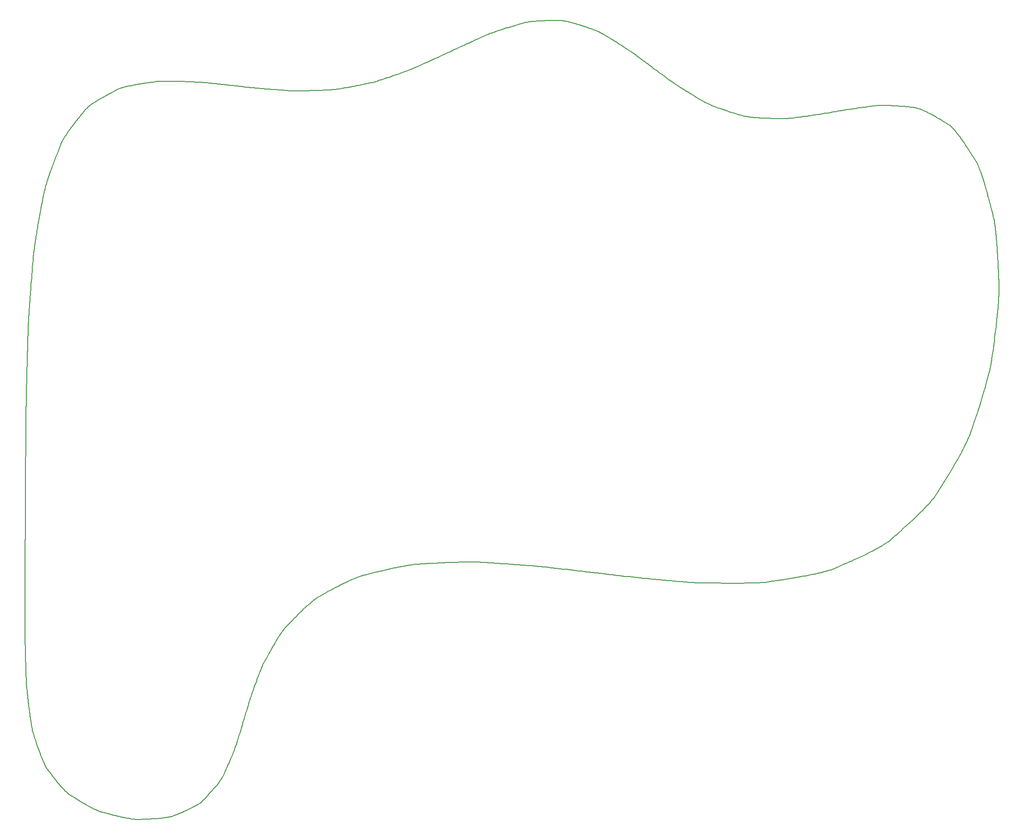
<source format=gbr>
%TF.GenerationSoftware,KiCad,Pcbnew,8.0.1*%
%TF.CreationDate,2024-04-26T18:58:43+02:00*%
%TF.ProjectId,PinkyPi,50696e6b-7950-4692-9e6b-696361645f70,rev?*%
%TF.SameCoordinates,Original*%
%TF.FileFunction,Profile,NP*%
%FSLAX46Y46*%
G04 Gerber Fmt 4.6, Leading zero omitted, Abs format (unit mm)*
G04 Created by KiCad (PCBNEW 8.0.1) date 2024-04-26 18:58:43*
%MOMM*%
%LPD*%
G01*
G04 APERTURE LIST*
%ADD10C,0.200000*%
G04 APERTURE END LIST*
D10*
X92416816Y-169273270D02*
X92648176Y-169032961D01*
X92869377Y-168801809D01*
X93080730Y-168579503D01*
X93282549Y-168365731D01*
X93475148Y-168160179D01*
X93658841Y-167962537D01*
X93833940Y-167772493D01*
X94000760Y-167589734D01*
X94159615Y-167413948D01*
X94310816Y-167244823D01*
X94454679Y-167082047D01*
X94591516Y-166925309D01*
X94845369Y-166628696D01*
X95074883Y-166352488D01*
X95282567Y-166094188D01*
X95470928Y-165851300D01*
X95642474Y-165621329D01*
X95799715Y-165401777D01*
X95945159Y-165190149D01*
X96081313Y-164983948D01*
X96210687Y-164780679D01*
X96335788Y-164577845D01*
X179239121Y-34516435D02*
X178875479Y-34246068D01*
X178526910Y-33986863D01*
X178192928Y-33738465D01*
X177873048Y-33500517D01*
X177566785Y-33272666D01*
X177273656Y-33054556D01*
X176993173Y-32845831D01*
X176724854Y-32646138D01*
X176468212Y-32455119D01*
X176222763Y-32272422D01*
X175988022Y-32097690D01*
X175763504Y-31930568D01*
X175548724Y-31770702D01*
X175343198Y-31617736D01*
X175146440Y-31471314D01*
X174957965Y-31331083D01*
X174777288Y-31196686D01*
X174603926Y-31067770D01*
X174437392Y-30943978D01*
X174122870Y-30710347D01*
X173829845Y-30492953D01*
X173554436Y-30288956D01*
X173292765Y-30095514D01*
X173040951Y-29909787D01*
X172795117Y-29728933D01*
X172673230Y-29639447D01*
X59598695Y-110668635D02*
X59594768Y-111447503D01*
X59591003Y-112193830D01*
X59587393Y-112908651D01*
X59583933Y-113593004D01*
X59580618Y-114247925D01*
X59577442Y-114874451D01*
X59574401Y-115473621D01*
X59571489Y-116046470D01*
X59568700Y-116594035D01*
X59566029Y-117117354D01*
X59563471Y-117617464D01*
X59561021Y-118095401D01*
X59558674Y-118552202D01*
X59556423Y-118988906D01*
X59554263Y-119406548D01*
X59552190Y-119806165D01*
X59550198Y-120188795D01*
X59548282Y-120555475D01*
X59546436Y-120907241D01*
X59544655Y-121245130D01*
X59542934Y-121570181D01*
X59541267Y-121883428D01*
X59539649Y-122185911D01*
X59538075Y-122478665D01*
X59536539Y-122762727D01*
X59535037Y-123039136D01*
X59533562Y-123308926D01*
X59532110Y-123573137D01*
X59530675Y-123832803D01*
X59529251Y-124088964D01*
X59527834Y-124342655D01*
X59526419Y-124594914D01*
X107930207Y-136839134D02*
X108242051Y-136513526D01*
X108541853Y-136201893D01*
X108830022Y-135903798D01*
X109106965Y-135618805D01*
X109373091Y-135346479D01*
X109628808Y-135086382D01*
X109874525Y-134838079D01*
X110110650Y-134601134D01*
X110337592Y-134375111D01*
X110555759Y-134159573D01*
X110765559Y-133954085D01*
X110967400Y-133758211D01*
X111161692Y-133571513D01*
X111348843Y-133393557D01*
X111529260Y-133223906D01*
X111703352Y-133062124D01*
X111871529Y-132907775D01*
X112034197Y-132760423D01*
X112191766Y-132619632D01*
X112344644Y-132484965D01*
X112637959Y-132232262D01*
X112917412Y-131998824D01*
X113186267Y-131781163D01*
X113447793Y-131575790D01*
X113705257Y-131379216D01*
X113961927Y-131187954D01*
X209505218Y-40788691D02*
X209052978Y-40860117D01*
X208619427Y-40928282D01*
X208203964Y-40993278D01*
X207805990Y-41055200D01*
X207424903Y-41114138D01*
X207060103Y-41170187D01*
X206710990Y-41223439D01*
X206376962Y-41273987D01*
X206057421Y-41321924D01*
X205751764Y-41367343D01*
X205459392Y-41410336D01*
X205179705Y-41450997D01*
X204912101Y-41489418D01*
X204655980Y-41525692D01*
X204410742Y-41559913D01*
X204175786Y-41592172D01*
X203950513Y-41622563D01*
X203734320Y-41651179D01*
X203526609Y-41678113D01*
X203326778Y-41703457D01*
X202948355Y-41749747D01*
X202594248Y-41790794D01*
X202259654Y-41827340D01*
X201939768Y-41860128D01*
X201629787Y-41889901D01*
X201324907Y-41917403D01*
X122085235Y-127166593D02*
X122623481Y-127028079D01*
X123140288Y-126896012D01*
X123636365Y-126770203D01*
X124112418Y-126650460D01*
X124569157Y-126536593D01*
X125007291Y-126428411D01*
X125427527Y-126325725D01*
X125830574Y-126228343D01*
X126217140Y-126136075D01*
X126587935Y-126048732D01*
X126943665Y-125966121D01*
X127285041Y-125888054D01*
X127612769Y-125814339D01*
X127927559Y-125744786D01*
X128230119Y-125679205D01*
X128521157Y-125617405D01*
X128801382Y-125559196D01*
X129071503Y-125504387D01*
X129332227Y-125452788D01*
X129584262Y-125404209D01*
X129828319Y-125358458D01*
X130065104Y-125315346D01*
X130295326Y-125274683D01*
X130519695Y-125236277D01*
X130738917Y-125199938D01*
X130953702Y-125165476D01*
X131164758Y-125132701D01*
X131372793Y-125101421D01*
X131578516Y-125071447D01*
X131782635Y-125042588D01*
X131985859Y-125014654D01*
X132188896Y-124987455D01*
X60959059Y-156234247D02*
X61083114Y-156622238D01*
X61202676Y-156993508D01*
X61317905Y-157348579D01*
X61428963Y-157687974D01*
X61536011Y-158012215D01*
X61639209Y-158321824D01*
X61738719Y-158617323D01*
X61834701Y-158899236D01*
X61927315Y-159168083D01*
X62016724Y-159424389D01*
X62103088Y-159668674D01*
X62186567Y-159901462D01*
X62267324Y-160123275D01*
X62345518Y-160334635D01*
X62421310Y-160536065D01*
X62494862Y-160728086D01*
X62635887Y-161085994D01*
X62769881Y-161412539D01*
X62898130Y-161711898D01*
X63021922Y-161988252D01*
X63142544Y-162245778D01*
X63261284Y-162488657D01*
X63379427Y-162721066D01*
X63498263Y-162947186D01*
X59801659Y-147623462D02*
X59854223Y-148117202D01*
X59905049Y-148589817D01*
X59954206Y-149041970D01*
X60001761Y-149474325D01*
X60047781Y-149887543D01*
X60092336Y-150282289D01*
X60135493Y-150659226D01*
X60177320Y-151019016D01*
X60217885Y-151362323D01*
X60257256Y-151689810D01*
X60295501Y-152002140D01*
X60332689Y-152299976D01*
X60368887Y-152583982D01*
X60404163Y-152854820D01*
X60438586Y-153113154D01*
X60472222Y-153359647D01*
X60505141Y-153594961D01*
X60537411Y-153819761D01*
X60569098Y-154034709D01*
X60600272Y-154240468D01*
X60661352Y-154627073D01*
X60721193Y-154984881D01*
X60780340Y-155319197D01*
X60839337Y-155635327D01*
X60898729Y-155938575D01*
X60959059Y-156234247D01*
X59713558Y-95942958D02*
X59706021Y-96758013D01*
X59698852Y-97539354D01*
X59692039Y-98288063D01*
X59685570Y-99005220D01*
X59679435Y-99691909D01*
X59673621Y-100349211D01*
X59668119Y-100978208D01*
X59662916Y-101579982D01*
X59658001Y-102155615D01*
X59653364Y-102706188D01*
X59648992Y-103232784D01*
X59644875Y-103736485D01*
X59641001Y-104218373D01*
X59637360Y-104679528D01*
X59633939Y-105121035D01*
X59630728Y-105543973D01*
X59627715Y-105949426D01*
X59624890Y-106338475D01*
X59622241Y-106712202D01*
X59619756Y-107071689D01*
X59617425Y-107418018D01*
X59615236Y-107752271D01*
X59613178Y-108075530D01*
X59611239Y-108388876D01*
X59609409Y-108693392D01*
X59607677Y-108990160D01*
X59606030Y-109280261D01*
X59604459Y-109564777D01*
X59602950Y-109844791D01*
X59601494Y-110121383D01*
X59600080Y-110395637D01*
X59598695Y-110668635D01*
X67741930Y-167888890D02*
X68050061Y-168083923D01*
X68346054Y-168270237D01*
X68630310Y-168448097D01*
X68903232Y-168617766D01*
X69165224Y-168779511D01*
X69416689Y-168933595D01*
X69658029Y-169080283D01*
X69889648Y-169219840D01*
X70111948Y-169352531D01*
X70325333Y-169478620D01*
X70530205Y-169598372D01*
X70726968Y-169712053D01*
X70916023Y-169819926D01*
X71097776Y-169922256D01*
X71440981Y-170111349D01*
X71759808Y-170281447D01*
X72057479Y-170434670D01*
X72337220Y-170573135D01*
X72602253Y-170698960D01*
X72855802Y-170814263D01*
X73101091Y-170921161D01*
X73341344Y-171021774D01*
X73579786Y-171118218D01*
X59496117Y-137042659D02*
X59507339Y-137644985D01*
X59518306Y-138221716D01*
X59529032Y-138773656D01*
X59539531Y-139301614D01*
X59549818Y-139806397D01*
X59559908Y-140288810D01*
X59569817Y-140749662D01*
X59579558Y-141189758D01*
X59589147Y-141609906D01*
X59598598Y-142010913D01*
X59607926Y-142393585D01*
X59617147Y-142758730D01*
X59626274Y-143107154D01*
X59635322Y-143439665D01*
X59644307Y-143757069D01*
X59653244Y-144060172D01*
X59662146Y-144349783D01*
X59671028Y-144626707D01*
X59679907Y-144891753D01*
X59688796Y-145145725D01*
X59697710Y-145389433D01*
X59706664Y-145623681D01*
X59715672Y-145849278D01*
X59724751Y-146067031D01*
X59733914Y-146277745D01*
X59743175Y-146482228D01*
X59762056Y-146875729D01*
X59781511Y-147253988D01*
X59801659Y-147623462D01*
X145667660Y-26273360D02*
X145273544Y-26448648D01*
X144895635Y-26616943D01*
X144533409Y-26778471D01*
X144186342Y-26933460D01*
X143853912Y-27082139D01*
X143535594Y-27224734D01*
X143230865Y-27361475D01*
X142939202Y-27492588D01*
X142660081Y-27618302D01*
X142392979Y-27738845D01*
X142137373Y-27854444D01*
X141892738Y-27965327D01*
X141658552Y-28071723D01*
X141434291Y-28173858D01*
X141219431Y-28271962D01*
X141013450Y-28366261D01*
X140815823Y-28456984D01*
X140626028Y-28544358D01*
X140443540Y-28628612D01*
X140098394Y-28788669D01*
X139776199Y-28938978D01*
X139472766Y-29081363D01*
X139183907Y-29217645D01*
X138905436Y-29349648D01*
X138633165Y-29479195D01*
X138498046Y-29543618D01*
X143953102Y-124581721D02*
X144658099Y-124624322D01*
X145334434Y-124665613D01*
X145983040Y-124705642D01*
X146604848Y-124744461D01*
X147200791Y-124782120D01*
X147771802Y-124818671D01*
X148318813Y-124854163D01*
X148842755Y-124888648D01*
X149344563Y-124922176D01*
X149825167Y-124954799D01*
X150285500Y-124986566D01*
X150726495Y-125017528D01*
X151149083Y-125047736D01*
X151554198Y-125077242D01*
X151942772Y-125106095D01*
X152315736Y-125134346D01*
X152674024Y-125162046D01*
X153018567Y-125189246D01*
X153350299Y-125215997D01*
X153670151Y-125242348D01*
X153979055Y-125268351D01*
X154277945Y-125294057D01*
X154567752Y-125319516D01*
X154849409Y-125344779D01*
X155123848Y-125369897D01*
X155392002Y-125394920D01*
X155654802Y-125419900D01*
X155913182Y-125444886D01*
X156168073Y-125469929D01*
X156420409Y-125495081D01*
X156671120Y-125520392D01*
X156921141Y-125545913D01*
X220430816Y-120702846D02*
X220931213Y-120266517D01*
X221410148Y-119846911D01*
X221868293Y-119443457D01*
X222306320Y-119055587D01*
X222724898Y-118682732D01*
X223124701Y-118324323D01*
X223506398Y-117979792D01*
X223870661Y-117648569D01*
X224218162Y-117330086D01*
X224549572Y-117023774D01*
X224865562Y-116729064D01*
X225166803Y-116445388D01*
X225453967Y-116172176D01*
X225727724Y-115908860D01*
X225988747Y-115654870D01*
X226237707Y-115409639D01*
X226475274Y-115172597D01*
X226702120Y-114943176D01*
X226918917Y-114720806D01*
X227126335Y-114504919D01*
X227325046Y-114294946D01*
X227515721Y-114090318D01*
X227699032Y-113890467D01*
X227875650Y-113694824D01*
X228046246Y-113502819D01*
X228211491Y-113313884D01*
X228372057Y-113127450D01*
X228528614Y-112942949D01*
X228681835Y-112759811D01*
X228832391Y-112577468D01*
X228980952Y-112395351D01*
X229128191Y-112212891D01*
X98967768Y-158295277D02*
X99086573Y-157903227D01*
X99200454Y-157527083D01*
X99309572Y-157166328D01*
X99414089Y-156820445D01*
X99514165Y-156488918D01*
X99609963Y-156171229D01*
X99701643Y-155866862D01*
X99789367Y-155575300D01*
X99873296Y-155296027D01*
X99953592Y-155028525D01*
X100030417Y-154772278D01*
X100103930Y-154526769D01*
X100174295Y-154291481D01*
X100241671Y-154065898D01*
X100306221Y-153849502D01*
X100368106Y-153641778D01*
X100427488Y-153442207D01*
X100484527Y-153250274D01*
X100592223Y-152887254D01*
X100692487Y-152548582D01*
X100786609Y-152230124D01*
X100875880Y-151927747D01*
X100961591Y-151637316D01*
X101045033Y-151354697D01*
X101127498Y-151075757D01*
X63498263Y-162947186D02*
X63714724Y-163236454D01*
X63922958Y-163513117D01*
X64123245Y-163777566D01*
X64315868Y-164030192D01*
X64501108Y-164271384D01*
X64679248Y-164501534D01*
X64850569Y-164721031D01*
X65015353Y-164930267D01*
X65173881Y-165129632D01*
X65326437Y-165319517D01*
X65473301Y-165500312D01*
X65614756Y-165672407D01*
X65751083Y-165836194D01*
X65882564Y-165992062D01*
X66132117Y-166281606D01*
X66365669Y-166544163D01*
X66585476Y-166782859D01*
X66793792Y-167000816D01*
X66992871Y-167201160D01*
X67184970Y-167387015D01*
X67372343Y-167561506D01*
X67557244Y-167727756D01*
X67741930Y-167888890D01*
X172673230Y-29639447D02*
X172315928Y-29404223D01*
X171973344Y-29179260D01*
X171645002Y-28964245D01*
X171330425Y-28758862D01*
X171029138Y-28562799D01*
X170740666Y-28375741D01*
X170464533Y-28197376D01*
X170200263Y-28027389D01*
X169947381Y-27865466D01*
X169705411Y-27711294D01*
X169473877Y-27564560D01*
X169252304Y-27424949D01*
X169040216Y-27292147D01*
X168837138Y-27165842D01*
X168642594Y-27045719D01*
X168456108Y-26931465D01*
X168277204Y-26822765D01*
X168105408Y-26719307D01*
X167781233Y-26526859D01*
X167479779Y-26351612D01*
X167197241Y-26191055D01*
X166929813Y-26042679D01*
X166673690Y-25903974D01*
X166425068Y-25772430D01*
X166180142Y-25645539D01*
X96335788Y-164577845D02*
X96490197Y-164244585D01*
X96637840Y-163924526D01*
X96778927Y-163617231D01*
X96913669Y-163322262D01*
X97042277Y-163039184D01*
X97164963Y-162767560D01*
X97281937Y-162506952D01*
X97393412Y-162256926D01*
X97499597Y-162017043D01*
X97600705Y-161786867D01*
X97696946Y-161565963D01*
X97788532Y-161353892D01*
X97875673Y-161150219D01*
X97958581Y-160954507D01*
X98037467Y-160766319D01*
X98184017Y-160410770D01*
X98317013Y-160080078D01*
X98438144Y-159770752D01*
X98549100Y-159479299D01*
X98651569Y-159202225D01*
X98747240Y-158936037D01*
X98837804Y-158677244D01*
X98924949Y-158422351D01*
X98967768Y-158295277D01*
X59526419Y-124594914D02*
X59523460Y-125297797D01*
X59520667Y-125971041D01*
X59518034Y-126615585D01*
X59515559Y-127232368D01*
X59513237Y-127822328D01*
X59511066Y-128386405D01*
X59509043Y-128925536D01*
X59507162Y-129440662D01*
X59505422Y-129932720D01*
X59503819Y-130402649D01*
X59502349Y-130851388D01*
X59501009Y-131279877D01*
X59499795Y-131689053D01*
X59498703Y-132079855D01*
X59497731Y-132453223D01*
X59496875Y-132810095D01*
X59496132Y-133151410D01*
X59495497Y-133478107D01*
X59494968Y-133791124D01*
X59494541Y-134091400D01*
X59494213Y-134379875D01*
X59493979Y-134657486D01*
X59493838Y-134925173D01*
X59493784Y-135183874D01*
X59493816Y-135434529D01*
X59493928Y-135678075D01*
X59494119Y-135915453D01*
X59494383Y-136147599D01*
X59494719Y-136375455D01*
X59495122Y-136599957D01*
X59495589Y-136822045D01*
X59496117Y-137042659D01*
X103824409Y-143676403D02*
X104033409Y-143290841D01*
X104234464Y-142921505D01*
X104427847Y-142567879D01*
X104613832Y-142229450D01*
X104792693Y-141905705D01*
X104964704Y-141596131D01*
X105130139Y-141300213D01*
X105289272Y-141017440D01*
X105442377Y-140747297D01*
X105589728Y-140489271D01*
X105731598Y-140242848D01*
X105868263Y-140007515D01*
X105999995Y-139782759D01*
X106127070Y-139568066D01*
X106249760Y-139362924D01*
X106368340Y-139166817D01*
X106483083Y-138979234D01*
X106594265Y-138799660D01*
X106702158Y-138627583D01*
X106909176Y-138303863D01*
X107106329Y-138003967D01*
X107295809Y-137723788D01*
X107479807Y-137459219D01*
X107660516Y-137206152D01*
X107840127Y-136960480D01*
X107930207Y-136839134D01*
X184295732Y-128411572D02*
X185033476Y-128425540D01*
X185740531Y-128438241D01*
X186417879Y-128449694D01*
X187066501Y-128459922D01*
X187687379Y-128468946D01*
X188281493Y-128476786D01*
X188849826Y-128483466D01*
X189393359Y-128489005D01*
X189913074Y-128493426D01*
X190409951Y-128496750D01*
X190884972Y-128498998D01*
X191339119Y-128500191D01*
X191773374Y-128500352D01*
X192188717Y-128499502D01*
X192586130Y-128497662D01*
X192966595Y-128494853D01*
X193331093Y-128491097D01*
X193680605Y-128486415D01*
X194016113Y-128480829D01*
X194338599Y-128474360D01*
X194649043Y-128467030D01*
X194948428Y-128458860D01*
X195237735Y-128449871D01*
X195517945Y-128440085D01*
X195790039Y-128429524D01*
X196055000Y-128418208D01*
X196313808Y-128406159D01*
X196567446Y-128393399D01*
X196816894Y-128379949D01*
X197063134Y-128365830D01*
X197307147Y-128351064D01*
X197549916Y-128335673D01*
X71069265Y-39928585D02*
X70792258Y-40255882D01*
X70527259Y-40570847D01*
X70273896Y-40873905D01*
X70031795Y-41165482D01*
X69800584Y-41446005D01*
X69579889Y-41715898D01*
X69369338Y-41975587D01*
X69168557Y-42225498D01*
X68977174Y-42466058D01*
X68794815Y-42697691D01*
X68621109Y-42920824D01*
X68455680Y-43135882D01*
X68298158Y-43343291D01*
X68148168Y-43543477D01*
X68005339Y-43736866D01*
X67869296Y-43923883D01*
X67739667Y-44104954D01*
X67616079Y-44280506D01*
X67498159Y-44450962D01*
X67385534Y-44616751D01*
X67174677Y-44936026D01*
X66980525Y-45241736D01*
X66800094Y-45537287D01*
X66630400Y-45826087D01*
X66468460Y-46111540D01*
X66311290Y-46397054D01*
X84545931Y-34953974D02*
X84135073Y-35007477D01*
X83741490Y-35059524D01*
X83364633Y-35110184D01*
X83003955Y-35159523D01*
X82658907Y-35207609D01*
X82328943Y-35254509D01*
X82013515Y-35300290D01*
X81712074Y-35345021D01*
X81424074Y-35388767D01*
X81148967Y-35431597D01*
X80886205Y-35473579D01*
X80635240Y-35514778D01*
X80395525Y-35555263D01*
X80166512Y-35595102D01*
X79947654Y-35634361D01*
X79738402Y-35673108D01*
X79538210Y-35711410D01*
X79162812Y-35786950D01*
X78817080Y-35861519D01*
X78496632Y-35935657D01*
X78197086Y-36009903D01*
X77914062Y-36084795D01*
X77643179Y-36160874D01*
X77380055Y-36238677D01*
X77250034Y-36278394D01*
X92508671Y-35172142D02*
X92065801Y-35149305D01*
X91641337Y-35127811D01*
X91234688Y-35107629D01*
X90845267Y-35088727D01*
X90472484Y-35071075D01*
X90115751Y-35054642D01*
X89774480Y-35039396D01*
X89448082Y-35025308D01*
X89135967Y-35012346D01*
X88837549Y-35000480D01*
X88552237Y-34989677D01*
X88279443Y-34979909D01*
X88018579Y-34971142D01*
X87769056Y-34963348D01*
X87530286Y-34956494D01*
X87301679Y-34950550D01*
X87082648Y-34945485D01*
X86872603Y-34941268D01*
X86670956Y-34937868D01*
X86290501Y-34933397D01*
X85936575Y-34931823D01*
X85604467Y-34932900D01*
X85289470Y-34936380D01*
X84986874Y-34942017D01*
X84691970Y-34949562D01*
X84545931Y-34953974D01*
X101127498Y-151075757D02*
X101265962Y-150666149D01*
X101399093Y-150273477D01*
X101527074Y-149897197D01*
X101650088Y-149536766D01*
X101768319Y-149191643D01*
X101881952Y-148861284D01*
X101991170Y-148545146D01*
X102096157Y-148242688D01*
X102197097Y-147953366D01*
X102294173Y-147676637D01*
X102387569Y-147411959D01*
X102477469Y-147158790D01*
X102564057Y-146916586D01*
X102647517Y-146684805D01*
X102728033Y-146462904D01*
X102805788Y-146250341D01*
X102880966Y-146046572D01*
X102953751Y-145851056D01*
X103024327Y-145663249D01*
X103159586Y-145308593D01*
X103288214Y-144978263D01*
X103411682Y-144667917D01*
X103531459Y-144373214D01*
X103649017Y-144089812D01*
X103765826Y-143813370D01*
X103824409Y-143676403D01*
X236883683Y-50252072D02*
X236621957Y-49826958D01*
X236370321Y-49420820D01*
X236128433Y-49033084D01*
X235895953Y-48663171D01*
X235672539Y-48310507D01*
X235457851Y-47974515D01*
X235251548Y-47654619D01*
X235053289Y-47350243D01*
X234862732Y-47060810D01*
X234679538Y-46785745D01*
X234503364Y-46524471D01*
X234333871Y-46276412D01*
X234170717Y-46040992D01*
X234013561Y-45817635D01*
X233862062Y-45605764D01*
X233715880Y-45404804D01*
X233574673Y-45214178D01*
X233438101Y-45033310D01*
X233305822Y-44861625D01*
X233177496Y-44698545D01*
X232931338Y-44395898D01*
X232696900Y-44120761D01*
X232471453Y-43868524D01*
X232252272Y-43634578D01*
X232036627Y-43414314D01*
X231821793Y-43203122D01*
X209763589Y-125989665D02*
X210368809Y-125729698D01*
X210948400Y-125479207D01*
X211503169Y-125237855D01*
X212033925Y-125005307D01*
X212541479Y-124781225D01*
X213026638Y-124565275D01*
X213490212Y-124357119D01*
X213933009Y-124156421D01*
X214355840Y-123962845D01*
X214759512Y-123776054D01*
X215144836Y-123595713D01*
X215512620Y-123421486D01*
X215863672Y-123253035D01*
X216198803Y-123090025D01*
X216518821Y-122932119D01*
X216824535Y-122778981D01*
X217116754Y-122630275D01*
X217396287Y-122485664D01*
X217663944Y-122344813D01*
X217920533Y-122207385D01*
X218166863Y-122073044D01*
X218403744Y-121941453D01*
X218631985Y-121812277D01*
X218852393Y-121685178D01*
X219065780Y-121559821D01*
X219272953Y-121435870D01*
X219474721Y-121312988D01*
X219671895Y-121190838D01*
X219865282Y-121069086D01*
X220055692Y-120947394D01*
X220243933Y-120825426D01*
X220430816Y-120702846D01*
X197549916Y-128335673D02*
X198235668Y-128232787D01*
X198892659Y-128133113D01*
X199521805Y-128036520D01*
X200124018Y-127942879D01*
X200700213Y-127852058D01*
X201251306Y-127763927D01*
X201778209Y-127678356D01*
X202281837Y-127595215D01*
X202763104Y-127514373D01*
X203222926Y-127435699D01*
X203662215Y-127359064D01*
X204081887Y-127284337D01*
X204482855Y-127211387D01*
X204866034Y-127140085D01*
X205232338Y-127070299D01*
X205582681Y-127001900D01*
X205917978Y-126934756D01*
X206239143Y-126868739D01*
X206547091Y-126803716D01*
X206842734Y-126739558D01*
X207126989Y-126676135D01*
X207400769Y-126613316D01*
X207664988Y-126550971D01*
X207920561Y-126488969D01*
X208168402Y-126427179D01*
X208409424Y-126365473D01*
X208644544Y-126303718D01*
X208874674Y-126241785D01*
X209100729Y-126179544D01*
X209323624Y-126116864D01*
X209544272Y-126053614D01*
X209763589Y-125989665D01*
X235545731Y-100828828D02*
X235788799Y-100107316D01*
X236020863Y-99414973D01*
X236242254Y-98750848D01*
X236453304Y-98113992D01*
X236654343Y-97503453D01*
X236845703Y-96918283D01*
X237027715Y-96357530D01*
X237200710Y-95820245D01*
X237365020Y-95305477D01*
X237520976Y-94812277D01*
X237668908Y-94339693D01*
X237809149Y-93886775D01*
X237942030Y-93452575D01*
X238067881Y-93036140D01*
X238187035Y-92636521D01*
X238299822Y-92252769D01*
X238406573Y-91883932D01*
X238507620Y-91529060D01*
X238603295Y-91187204D01*
X238693927Y-90857412D01*
X238779850Y-90538736D01*
X238861393Y-90230224D01*
X238938888Y-89930927D01*
X239012666Y-89639893D01*
X239083059Y-89356174D01*
X239150398Y-89078819D01*
X239215015Y-88806877D01*
X239277239Y-88539398D01*
X239337403Y-88275433D01*
X239395838Y-88014031D01*
X239452875Y-87754241D01*
X239508846Y-87495115D01*
X66311290Y-46397054D02*
X66116706Y-46884420D01*
X65930713Y-47352804D01*
X65753049Y-47802842D01*
X65583449Y-48235173D01*
X65421648Y-48650435D01*
X65267384Y-49049264D01*
X65120391Y-49432298D01*
X64980406Y-49800176D01*
X64847165Y-50153535D01*
X64720404Y-50493012D01*
X64599858Y-50819246D01*
X64485265Y-51132873D01*
X64376360Y-51434532D01*
X64272878Y-51724860D01*
X64174557Y-52004495D01*
X64081131Y-52274074D01*
X63992338Y-52534235D01*
X63907912Y-52785617D01*
X63827590Y-53028856D01*
X63751108Y-53264589D01*
X63678203Y-53493456D01*
X63608609Y-53716093D01*
X63542063Y-53933139D01*
X63478301Y-54145230D01*
X63417059Y-54353004D01*
X63358074Y-54557100D01*
X63301080Y-54758154D01*
X63245814Y-54956805D01*
X63192012Y-55153690D01*
X63139411Y-55349447D01*
X63087745Y-55544713D01*
X63036752Y-55740127D01*
X225247574Y-39853636D02*
X224836121Y-39811989D01*
X224441298Y-39773062D01*
X224062564Y-39736787D01*
X223699374Y-39703094D01*
X223351187Y-39671916D01*
X223017459Y-39643185D01*
X222697649Y-39616832D01*
X222391212Y-39592789D01*
X222097608Y-39570989D01*
X221816292Y-39551362D01*
X221546722Y-39533840D01*
X221288356Y-39518356D01*
X221040651Y-39504841D01*
X220803063Y-39493227D01*
X220575052Y-39483446D01*
X220356073Y-39475430D01*
X220145584Y-39469109D01*
X219943042Y-39464417D01*
X219559631Y-39459644D01*
X219201496Y-39460566D01*
X218864298Y-39466636D01*
X218543694Y-39477308D01*
X218235342Y-39492038D01*
X217934902Y-39510279D01*
X217638032Y-39531487D01*
X113961927Y-131187954D02*
X114388823Y-130948770D01*
X114798951Y-130720142D01*
X115192872Y-130501744D01*
X115571147Y-130293255D01*
X115934335Y-130094351D01*
X116282997Y-129904709D01*
X116617693Y-129724006D01*
X116938983Y-129551918D01*
X117247429Y-129388124D01*
X117543589Y-129232299D01*
X117828026Y-129084121D01*
X118101298Y-128943267D01*
X118363966Y-128809413D01*
X118616591Y-128682236D01*
X118859734Y-128561414D01*
X119093953Y-128446623D01*
X119319810Y-128337540D01*
X119537866Y-128233843D01*
X119748679Y-128135207D01*
X119952812Y-128041311D01*
X120150824Y-127951830D01*
X120343275Y-127866442D01*
X120530726Y-127784824D01*
X120892868Y-127631605D01*
X121241735Y-127489588D01*
X121581807Y-127356188D01*
X121917569Y-127228821D01*
X122085235Y-127166593D01*
X73579786Y-171118218D02*
X73947206Y-171215272D01*
X74299684Y-171307582D01*
X74637704Y-171395282D01*
X74961749Y-171478507D01*
X75272303Y-171557392D01*
X75569848Y-171632070D01*
X75854870Y-171702678D01*
X76127850Y-171769349D01*
X76389273Y-171832218D01*
X76639622Y-171891420D01*
X76879381Y-171947089D01*
X77109032Y-171999360D01*
X77329060Y-172048368D01*
X77539949Y-172094248D01*
X77742180Y-172137133D01*
X78122609Y-172214460D01*
X78474213Y-172281427D01*
X78800862Y-172339111D01*
X79106422Y-172388589D01*
X79394763Y-172430938D01*
X79669752Y-172467235D01*
X79935257Y-172498558D01*
X80195146Y-172525984D01*
X80324194Y-172538573D01*
X239508846Y-87495115D02*
X239614275Y-86727987D01*
X239714377Y-85992506D01*
X239809302Y-85287655D01*
X239899197Y-84612420D01*
X239984212Y-83965784D01*
X240064494Y-83346733D01*
X240140193Y-82754252D01*
X240211457Y-82187324D01*
X240278434Y-81644935D01*
X240341274Y-81126070D01*
X240400124Y-80629713D01*
X240455134Y-80154849D01*
X240506452Y-79700463D01*
X240554227Y-79265539D01*
X240598607Y-78849062D01*
X240639741Y-78450018D01*
X240677777Y-78067389D01*
X240712864Y-77700162D01*
X240745152Y-77347321D01*
X240774787Y-77007851D01*
X240801919Y-76680736D01*
X240826697Y-76364961D01*
X240849269Y-76059511D01*
X240869784Y-75763371D01*
X240888390Y-75475525D01*
X240905235Y-75194958D01*
X240920470Y-74920655D01*
X240934242Y-74651600D01*
X240946699Y-74386779D01*
X240957991Y-74125175D01*
X240968265Y-73865774D01*
X240977672Y-73607561D01*
X116462613Y-36567434D02*
X116038490Y-36585625D01*
X115631732Y-36602642D01*
X115241776Y-36618515D01*
X114868058Y-36633270D01*
X114510016Y-36646938D01*
X114167087Y-36659547D01*
X113838707Y-36671125D01*
X113524313Y-36681701D01*
X113223343Y-36691304D01*
X112935233Y-36699963D01*
X112659421Y-36707706D01*
X112395344Y-36714562D01*
X112142437Y-36720560D01*
X111900140Y-36725728D01*
X111667887Y-36730096D01*
X111445117Y-36733691D01*
X111231267Y-36736543D01*
X111025772Y-36738680D01*
X110637601Y-36740925D01*
X110276099Y-36740655D01*
X109936763Y-36738100D01*
X109615087Y-36733489D01*
X109306569Y-36727053D01*
X109006703Y-36719021D01*
X108710987Y-36709623D01*
X61070379Y-67591009D02*
X61008398Y-68330773D01*
X60949301Y-69040645D01*
X60893002Y-69721601D01*
X60839415Y-70374617D01*
X60788452Y-71000669D01*
X60740029Y-71600732D01*
X60694057Y-72175783D01*
X60650452Y-72726798D01*
X60609126Y-73254751D01*
X60569993Y-73760620D01*
X60532967Y-74245380D01*
X60497962Y-74710006D01*
X60464891Y-75155476D01*
X60433668Y-75582764D01*
X60404206Y-75992847D01*
X60376420Y-76386700D01*
X60350222Y-76765299D01*
X60325527Y-77129621D01*
X60302248Y-77480641D01*
X60280299Y-77819335D01*
X60259593Y-78146679D01*
X60240044Y-78463648D01*
X60221565Y-78771219D01*
X60204072Y-79070368D01*
X60187476Y-79362070D01*
X60171691Y-79647301D01*
X60156632Y-79927038D01*
X60142212Y-80202256D01*
X60128345Y-80473930D01*
X60114944Y-80743038D01*
X60101922Y-81010554D01*
X60089195Y-81277455D01*
X123948929Y-35267861D02*
X123538730Y-35351610D01*
X123145352Y-35431423D01*
X122768250Y-35507415D01*
X122406879Y-35579701D01*
X122060694Y-35648397D01*
X121729149Y-35713617D01*
X121411700Y-35775478D01*
X121107802Y-35834095D01*
X120816910Y-35889582D01*
X120538479Y-35942055D01*
X120271964Y-35991631D01*
X120016820Y-36038423D01*
X119772502Y-36082547D01*
X119538466Y-36124119D01*
X119314165Y-36163254D01*
X119099056Y-36200067D01*
X118892592Y-36234673D01*
X118694230Y-36267189D01*
X118319630Y-36326408D01*
X117970895Y-36378647D01*
X117643666Y-36424829D01*
X117333583Y-36465876D01*
X117036286Y-36502710D01*
X116747416Y-36536255D01*
X116462613Y-36567434D01*
X132188896Y-124987455D02*
X132822582Y-124948859D01*
X133430743Y-124912516D01*
X134014213Y-124878366D01*
X134573829Y-124846352D01*
X135110428Y-124816415D01*
X135624844Y-124788499D01*
X136117915Y-124762544D01*
X136590477Y-124738494D01*
X137043365Y-124716289D01*
X137477416Y-124695872D01*
X137893466Y-124677185D01*
X138292351Y-124660171D01*
X138674908Y-124644770D01*
X139041972Y-124630925D01*
X139394379Y-124618579D01*
X139732966Y-124607672D01*
X140058569Y-124598148D01*
X140372024Y-124589948D01*
X140674168Y-124583014D01*
X140965835Y-124577288D01*
X141247863Y-124572713D01*
X141521088Y-124569230D01*
X141786345Y-124566781D01*
X142044472Y-124565308D01*
X142296303Y-124564754D01*
X142542676Y-124565061D01*
X142784426Y-124566169D01*
X143022389Y-124568023D01*
X143257403Y-124570562D01*
X143490302Y-124573730D01*
X143721922Y-124577469D01*
X143953102Y-124581721D01*
X152712088Y-24007005D02*
X152325657Y-24116836D01*
X151955084Y-24222772D01*
X151599856Y-24324949D01*
X151259460Y-24423506D01*
X150933383Y-24518581D01*
X150621113Y-24610312D01*
X150322135Y-24698836D01*
X150035938Y-24784292D01*
X149762009Y-24866817D01*
X149499834Y-24946550D01*
X149248900Y-25023628D01*
X149008695Y-25098190D01*
X148778706Y-25170372D01*
X148558419Y-25240315D01*
X148347322Y-25308154D01*
X148144902Y-25374028D01*
X147950645Y-25438076D01*
X147584572Y-25561242D01*
X147244999Y-25678755D01*
X146927823Y-25791720D01*
X146628940Y-25901240D01*
X146344245Y-26008418D01*
X146069637Y-26114357D01*
X145801011Y-26220163D01*
X145667660Y-26273360D01*
X193465052Y-41480990D02*
X193054683Y-41358011D01*
X192661438Y-41239240D01*
X192284769Y-41124520D01*
X191924128Y-41013697D01*
X191578968Y-40906616D01*
X191248742Y-40803121D01*
X190932903Y-40703057D01*
X190630902Y-40606270D01*
X190342192Y-40512603D01*
X190066227Y-40421902D01*
X189802459Y-40334012D01*
X189550340Y-40248778D01*
X189309323Y-40166045D01*
X189078860Y-40085657D01*
X188858405Y-40007459D01*
X188647411Y-39931296D01*
X188445328Y-39857014D01*
X188251611Y-39784456D01*
X187887082Y-39643896D01*
X187549446Y-39508375D01*
X187234324Y-39376651D01*
X186937335Y-39247484D01*
X186654102Y-39119633D01*
X186380246Y-38991857D01*
X186111387Y-38862916D01*
X231821793Y-43203122D02*
X231472392Y-42983422D01*
X231136866Y-42774202D01*
X230814756Y-42575155D01*
X230505602Y-42385976D01*
X230208946Y-42206359D01*
X229924330Y-42035998D01*
X229651294Y-41874587D01*
X229389381Y-41721821D01*
X229138131Y-41577393D01*
X228897086Y-41440998D01*
X228665787Y-41312329D01*
X228443775Y-41191082D01*
X228230593Y-41076951D01*
X228025780Y-40969629D01*
X227828879Y-40868810D01*
X227639431Y-40774190D01*
X227456977Y-40685461D01*
X227111216Y-40524458D01*
X226787929Y-40383353D01*
X226483444Y-40259700D01*
X226194094Y-40151052D01*
X225916209Y-40054964D01*
X225646119Y-39968989D01*
X225380155Y-39890680D01*
X225247574Y-39853636D01*
X108710987Y-36709623D02*
X108270884Y-36677993D01*
X107848819Y-36647426D01*
X107444206Y-36617886D01*
X107056463Y-36589332D01*
X106685005Y-36561728D01*
X106329249Y-36535035D01*
X105988610Y-36509215D01*
X105662505Y-36484229D01*
X105350349Y-36460040D01*
X105051560Y-36436609D01*
X104765552Y-36413898D01*
X104491743Y-36391870D01*
X104229547Y-36370484D01*
X103978382Y-36349705D01*
X103737664Y-36329493D01*
X103506807Y-36309810D01*
X103285230Y-36290618D01*
X103072347Y-36271879D01*
X102867575Y-36253555D01*
X102480028Y-36217998D01*
X102117917Y-36183642D01*
X101776572Y-36150181D01*
X101451321Y-36117310D01*
X101137494Y-36084723D01*
X100830418Y-36052115D01*
X100677953Y-36035708D01*
X217638032Y-39531487D02*
X217192723Y-39593444D01*
X216765643Y-39653199D01*
X216356200Y-39710825D01*
X215963806Y-39766397D01*
X215587871Y-39819987D01*
X215227806Y-39871670D01*
X214883020Y-39921521D01*
X214552926Y-39969613D01*
X214236933Y-40016020D01*
X213934451Y-40060817D01*
X213644892Y-40104077D01*
X213367665Y-40145874D01*
X213102182Y-40186283D01*
X212847852Y-40225377D01*
X212604087Y-40263231D01*
X212370297Y-40299919D01*
X212145892Y-40335513D01*
X211930283Y-40370090D01*
X211722880Y-40403722D01*
X211523095Y-40436484D01*
X211144016Y-40499693D01*
X210788332Y-40560309D01*
X210451325Y-40618924D01*
X210128282Y-40676132D01*
X209814484Y-40732523D01*
X209505218Y-40788691D01*
X80324194Y-172538573D02*
X80694666Y-172527500D01*
X81049639Y-172516065D01*
X81389603Y-172504261D01*
X81715051Y-172492078D01*
X82026472Y-172479508D01*
X82324359Y-172466544D01*
X82609203Y-172453176D01*
X82881494Y-172439396D01*
X83141725Y-172425197D01*
X83390385Y-172410569D01*
X83627968Y-172395504D01*
X83854964Y-172379994D01*
X84071863Y-172364031D01*
X84279158Y-172347606D01*
X84666900Y-172313337D01*
X85022118Y-172277122D01*
X85348742Y-172238893D01*
X85650704Y-172198584D01*
X85931932Y-172156128D01*
X86196357Y-172111458D01*
X86447909Y-172064508D01*
X86690518Y-172015210D01*
X86928114Y-171963500D01*
X170559347Y-127141936D02*
X171317960Y-127220111D01*
X172045254Y-127294770D01*
X172742233Y-127366017D01*
X173409906Y-127433954D01*
X174049280Y-127498685D01*
X174661362Y-127560313D01*
X175247159Y-127618941D01*
X175807679Y-127674672D01*
X176343928Y-127727610D01*
X176856915Y-127777857D01*
X177347646Y-127825518D01*
X177817128Y-127870695D01*
X178266369Y-127913491D01*
X178696376Y-127954009D01*
X179108156Y-127992354D01*
X179502717Y-128028628D01*
X179881065Y-128062933D01*
X180244209Y-128095374D01*
X180593154Y-128126054D01*
X180928909Y-128155076D01*
X181252480Y-128182543D01*
X181564875Y-128208558D01*
X181867102Y-128233225D01*
X182160166Y-128256646D01*
X182445076Y-128278925D01*
X182722839Y-128300166D01*
X182994462Y-128320470D01*
X183260953Y-128339943D01*
X183523318Y-128358686D01*
X183782564Y-128376803D01*
X184039700Y-128394397D01*
X184295732Y-128411572D01*
X186111387Y-38862916D02*
X185728690Y-38635594D01*
X185361936Y-38417116D01*
X185010613Y-38207189D01*
X184674211Y-38005517D01*
X184352219Y-37811807D01*
X184044126Y-37625765D01*
X183749422Y-37447097D01*
X183467595Y-37275507D01*
X183198135Y-37110704D01*
X182940532Y-36952391D01*
X182694273Y-36800275D01*
X182458850Y-36654062D01*
X182233750Y-36513458D01*
X182018464Y-36378168D01*
X181812480Y-36247899D01*
X181615288Y-36122356D01*
X181426377Y-36001246D01*
X181245236Y-35884273D01*
X181071354Y-35771144D01*
X180743327Y-35555242D01*
X180438209Y-35351186D01*
X180151913Y-35156622D01*
X179880355Y-34969199D01*
X179619448Y-34786562D01*
X179365106Y-34606359D01*
X179239121Y-34516435D01*
X156921141Y-125545913D02*
X157668583Y-125632003D01*
X158385394Y-125714650D01*
X159072566Y-125793966D01*
X159731087Y-125870060D01*
X160361950Y-125943044D01*
X160966144Y-126013027D01*
X161544659Y-126080121D01*
X162098487Y-126144435D01*
X162628618Y-126206082D01*
X163136042Y-126265171D01*
X163621750Y-126321813D01*
X164086732Y-126376118D01*
X164531979Y-126428198D01*
X164958482Y-126478162D01*
X165367230Y-126526122D01*
X165759214Y-126572188D01*
X166135425Y-126616471D01*
X166496854Y-126659081D01*
X166844490Y-126700128D01*
X167179325Y-126739725D01*
X167502348Y-126777981D01*
X167814551Y-126815006D01*
X168116923Y-126850912D01*
X168410456Y-126885809D01*
X168696139Y-126919807D01*
X168974964Y-126953018D01*
X169247920Y-126985552D01*
X169515999Y-127017519D01*
X169780191Y-127049030D01*
X170041485Y-127080196D01*
X170300874Y-127111128D01*
X170559347Y-127141936D01*
X166180142Y-25645539D02*
X165817253Y-25512466D01*
X165469244Y-25385790D01*
X165135634Y-25265325D01*
X164815941Y-25150889D01*
X164509681Y-25042299D01*
X164216373Y-24939371D01*
X163935535Y-24841923D01*
X163666684Y-24749772D01*
X163409339Y-24662733D01*
X163163017Y-24580625D01*
X162927237Y-24503263D01*
X162701515Y-24430465D01*
X162485370Y-24362047D01*
X162278320Y-24297827D01*
X162079882Y-24237621D01*
X161706916Y-24128518D01*
X161362614Y-24033275D01*
X161043119Y-23950425D01*
X160744574Y-23878503D01*
X160463122Y-23816044D01*
X160194905Y-23761583D01*
X159936067Y-23713654D01*
X159682749Y-23670793D01*
X159556956Y-23650805D01*
X201324907Y-41917403D02*
X200887435Y-41913799D01*
X200468165Y-41909553D01*
X200066514Y-41904665D01*
X199681900Y-41899132D01*
X199313740Y-41892956D01*
X198961451Y-41886135D01*
X198624453Y-41878669D01*
X198302161Y-41870558D01*
X197993995Y-41861801D01*
X197699370Y-41852397D01*
X197417705Y-41842347D01*
X197148418Y-41831649D01*
X196890926Y-41820303D01*
X196644647Y-41808309D01*
X196408998Y-41795666D01*
X196183397Y-41782374D01*
X195967261Y-41768431D01*
X195760008Y-41753839D01*
X195369823Y-41722701D01*
X195008181Y-41688956D01*
X194670423Y-41652600D01*
X194351891Y-41613630D01*
X194047924Y-41572040D01*
X193753864Y-41527828D01*
X193465052Y-41480990D01*
X229128191Y-112212891D02*
X229505423Y-111610889D01*
X229866168Y-111032664D01*
X230210935Y-110477426D01*
X230540232Y-109944386D01*
X230854569Y-109432756D01*
X231154454Y-108941747D01*
X231440396Y-108470570D01*
X231712903Y-108018435D01*
X231972486Y-107584554D01*
X232219651Y-107168138D01*
X232454909Y-106768398D01*
X232678768Y-106384545D01*
X232891737Y-106015790D01*
X233094324Y-105661345D01*
X233287039Y-105320419D01*
X233470390Y-104992226D01*
X233644886Y-104675974D01*
X233811036Y-104370876D01*
X233969349Y-104076143D01*
X234120333Y-103790985D01*
X234264498Y-103514614D01*
X234402351Y-103246241D01*
X234534403Y-102985077D01*
X234661162Y-102730333D01*
X234783136Y-102481220D01*
X234900834Y-102236949D01*
X235014766Y-101996731D01*
X235125439Y-101759777D01*
X235233364Y-101525299D01*
X235339048Y-101292508D01*
X235443001Y-101060613D01*
X235545731Y-100828828D01*
X131263811Y-32801626D02*
X130861988Y-32947909D01*
X130476684Y-33087762D01*
X130107363Y-33221380D01*
X129753491Y-33348959D01*
X129414535Y-33470698D01*
X129089960Y-33586791D01*
X128779232Y-33697437D01*
X128481817Y-33802830D01*
X128197181Y-33903168D01*
X127924789Y-33998648D01*
X127664107Y-34089466D01*
X127414602Y-34175818D01*
X127175739Y-34257902D01*
X126946983Y-34335913D01*
X126727802Y-34410049D01*
X126517661Y-34480506D01*
X126316024Y-34547480D01*
X126122360Y-34611168D01*
X125756808Y-34729472D01*
X125416732Y-34836992D01*
X125097858Y-34935300D01*
X124795915Y-35025968D01*
X124506627Y-35110569D01*
X124225723Y-35190675D01*
X123948929Y-35267861D01*
X240036470Y-60719348D02*
X239883391Y-60112832D01*
X239735788Y-59532471D01*
X239593466Y-58977451D01*
X239456229Y-58446959D01*
X239323881Y-57940183D01*
X239196226Y-57456309D01*
X239073069Y-56994526D01*
X238954214Y-56554020D01*
X238839466Y-56133979D01*
X238728628Y-55733590D01*
X238621506Y-55352041D01*
X238517904Y-54988518D01*
X238417625Y-54642209D01*
X238320475Y-54312301D01*
X238226257Y-53997981D01*
X238134777Y-53698438D01*
X238045838Y-53412857D01*
X237959245Y-53140427D01*
X237874801Y-52880334D01*
X237792313Y-52631767D01*
X237711583Y-52393911D01*
X237632416Y-52165955D01*
X237554617Y-51947086D01*
X237477989Y-51736491D01*
X237402338Y-51533357D01*
X237327468Y-51336872D01*
X237253183Y-51146223D01*
X237105584Y-50779182D01*
X236957978Y-50425732D01*
X236883683Y-50252072D01*
X77250034Y-36278394D02*
X76896617Y-36453362D01*
X76558270Y-36622143D01*
X76234521Y-36784965D01*
X75924896Y-36942051D01*
X75628922Y-37093629D01*
X75346126Y-37239923D01*
X75076035Y-37381160D01*
X74818176Y-37517564D01*
X74572077Y-37649363D01*
X74337263Y-37776781D01*
X74113262Y-37900045D01*
X73899601Y-38019379D01*
X73695807Y-38135010D01*
X73501406Y-38247164D01*
X73315927Y-38356065D01*
X73138895Y-38461941D01*
X72808281Y-38665517D01*
X72505782Y-38859697D01*
X72227613Y-39046286D01*
X71969990Y-39227092D01*
X71729128Y-39403918D01*
X71501242Y-39578572D01*
X71282549Y-39752859D01*
X71069265Y-39928585D01*
X240977672Y-73607561D02*
X240948921Y-72880210D01*
X240920426Y-72183480D01*
X240892158Y-71516402D01*
X240864085Y-70878009D01*
X240836180Y-70267331D01*
X240808410Y-69683403D01*
X240780747Y-69125255D01*
X240753161Y-68591920D01*
X240725622Y-68082430D01*
X240698100Y-67595817D01*
X240670565Y-67131113D01*
X240642988Y-66687351D01*
X240615338Y-66263563D01*
X240587585Y-65858780D01*
X240559700Y-65472036D01*
X240531653Y-65102361D01*
X240503414Y-64748789D01*
X240474953Y-64410352D01*
X240446240Y-64086080D01*
X240417246Y-63775008D01*
X240387940Y-63476167D01*
X240358292Y-63188588D01*
X240328274Y-62911305D01*
X240297854Y-62643349D01*
X240267003Y-62383753D01*
X240235691Y-62131549D01*
X240203889Y-61885768D01*
X240171566Y-61645443D01*
X240138692Y-61409607D01*
X240105238Y-61177290D01*
X240071174Y-60947527D01*
X240036470Y-60719348D01*
X63036752Y-55740127D02*
X62916854Y-56370988D01*
X62802370Y-56976751D01*
X62693137Y-57558243D01*
X62588989Y-58116294D01*
X62489762Y-58651733D01*
X62395293Y-59165389D01*
X62305416Y-59658092D01*
X62219967Y-60130670D01*
X62138782Y-60583952D01*
X62061697Y-61018769D01*
X61988547Y-61435948D01*
X61919168Y-61836320D01*
X61853396Y-62220713D01*
X61791065Y-62589956D01*
X61732013Y-62944879D01*
X61676074Y-63286311D01*
X61623084Y-63615081D01*
X61572879Y-63932018D01*
X61525295Y-64237951D01*
X61480166Y-64533709D01*
X61437329Y-64820122D01*
X61396620Y-65098019D01*
X61357874Y-65368229D01*
X61320926Y-65631581D01*
X61285613Y-65888904D01*
X61251770Y-66141027D01*
X61219233Y-66388780D01*
X61187837Y-66632992D01*
X61157417Y-66874491D01*
X61127811Y-67114108D01*
X61098853Y-67352670D01*
X61070379Y-67591009D01*
X138498046Y-29543618D02*
X138100048Y-29727721D01*
X137718433Y-29904079D01*
X137352670Y-30072938D01*
X137002232Y-30234539D01*
X136666588Y-30389127D01*
X136345210Y-30536944D01*
X136037569Y-30678235D01*
X135743136Y-30813243D01*
X135461382Y-30942212D01*
X135191778Y-31065384D01*
X134933796Y-31183004D01*
X134686905Y-31295315D01*
X134450577Y-31402560D01*
X134224284Y-31504983D01*
X134007495Y-31602828D01*
X133799683Y-31696338D01*
X133600318Y-31785756D01*
X133408872Y-31871326D01*
X133224814Y-31953291D01*
X132876752Y-32107383D01*
X132551898Y-32249978D01*
X132246023Y-32383026D01*
X131954893Y-32508473D01*
X131674277Y-32628268D01*
X131399944Y-32744360D01*
X131263811Y-32801626D01*
X60089195Y-81277455D02*
X60064328Y-82080162D01*
X60040665Y-82850026D01*
X60018170Y-83588109D01*
X59996808Y-84295474D01*
X59976542Y-84973182D01*
X59957337Y-85622296D01*
X59939157Y-86243879D01*
X59921967Y-86838992D01*
X59905731Y-87408698D01*
X59890413Y-87954059D01*
X59875978Y-88476139D01*
X59862390Y-88975998D01*
X59849613Y-89454699D01*
X59837611Y-89913305D01*
X59826350Y-90352878D01*
X59815793Y-90774480D01*
X59805904Y-91179174D01*
X59796649Y-91568022D01*
X59787990Y-91942086D01*
X59779894Y-92302429D01*
X59772323Y-92650112D01*
X59765243Y-92986199D01*
X59758617Y-93311751D01*
X59752410Y-93627832D01*
X59746586Y-93935502D01*
X59741110Y-94235825D01*
X59735947Y-94529863D01*
X59731059Y-94818678D01*
X59726412Y-95103333D01*
X59721970Y-95384890D01*
X59717697Y-95664410D01*
X59713558Y-95942958D01*
X86928114Y-171963500D02*
X87245060Y-171836257D01*
X87548380Y-171713419D01*
X87838499Y-171594824D01*
X88115840Y-171480310D01*
X88380828Y-171369714D01*
X88633887Y-171262876D01*
X88875442Y-171159632D01*
X89105918Y-171059821D01*
X89325738Y-170963282D01*
X89535327Y-170869851D01*
X89735109Y-170779368D01*
X89925509Y-170691670D01*
X90106952Y-170606596D01*
X90444660Y-170443669D01*
X90751631Y-170289293D01*
X91031257Y-170142173D01*
X91286936Y-170001012D01*
X91522061Y-169864515D01*
X91740029Y-169731388D01*
X91944234Y-169600334D01*
X92138072Y-169470058D01*
X92324937Y-169339265D01*
X92416816Y-169273270D01*
X100677953Y-36035708D02*
X100227916Y-35986215D01*
X99796416Y-35938812D01*
X99382855Y-35893433D01*
X98986636Y-35850015D01*
X98607162Y-35808494D01*
X98243835Y-35768808D01*
X97896059Y-35730892D01*
X97563235Y-35694682D01*
X97244767Y-35660115D01*
X96940059Y-35627127D01*
X96648511Y-35595655D01*
X96369528Y-35565635D01*
X96102512Y-35537004D01*
X95846866Y-35509697D01*
X95601992Y-35483651D01*
X95367294Y-35458803D01*
X95142174Y-35435088D01*
X94926035Y-35412443D01*
X94718281Y-35390805D01*
X94518312Y-35370110D01*
X94139347Y-35331293D01*
X93784362Y-35295484D01*
X93448579Y-35262174D01*
X93127221Y-35230853D01*
X92815511Y-35201011D01*
X92508671Y-35172142D01*
X159556956Y-23650805D02*
X159182115Y-23648115D01*
X158822632Y-23646441D01*
X158478011Y-23645771D01*
X158147753Y-23646092D01*
X157831361Y-23647390D01*
X157528337Y-23649656D01*
X157238184Y-23652874D01*
X156960404Y-23657034D01*
X156694500Y-23662123D01*
X156439974Y-23668129D01*
X156196329Y-23675038D01*
X155963067Y-23682839D01*
X155739691Y-23691519D01*
X155525702Y-23701066D01*
X155320605Y-23711468D01*
X154935091Y-23734785D01*
X154579168Y-23761371D01*
X154248858Y-23791126D01*
X153940178Y-23823952D01*
X153649150Y-23859749D01*
X153371792Y-23898418D01*
X153104125Y-23939860D01*
X152842168Y-23983975D01*
X152712088Y-24007005D01*
M02*

</source>
